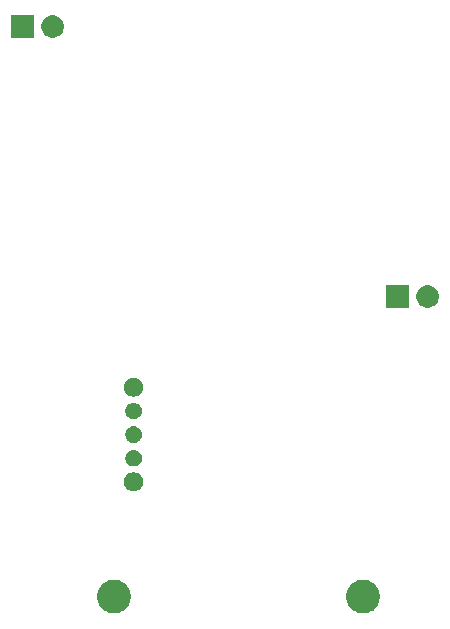
<source format=gts>
G04 #@! TF.GenerationSoftware,KiCad,Pcbnew,5.1.0-unknown-r15165-fdfe5eab*
G04 #@! TF.CreationDate,2019-03-23T01:30:36-07:00*
G04 #@! TF.ProjectId,PricklyPear,50726963-6b6c-4795-9065-61722e6b6963,rev?*
G04 #@! TF.SameCoordinates,Original*
G04 #@! TF.FileFunction,Soldermask,Top*
G04 #@! TF.FilePolarity,Negative*
%FSLAX46Y46*%
G04 Gerber Fmt 4.6, Leading zero omitted, Abs format (unit mm)*
G04 Created by KiCad (PCBNEW 5.1.0-unknown-r15165-fdfe5eab) date 2019-03-23 01:30:36*
%MOMM*%
%LPD*%
G04 APERTURE LIST*
%ADD10C,0.100000*%
G04 APERTURE END LIST*
D10*
G36*
X15267698Y18140970D02*
G01*
X15528305Y18033023D01*
X15528306Y18033022D01*
X15762847Y17876307D01*
X15962307Y17676847D01*
X15962308Y17676845D01*
X16119023Y17442305D01*
X16226970Y17181698D01*
X16282000Y16905041D01*
X16282000Y16622959D01*
X16226970Y16346302D01*
X16119023Y16085695D01*
X16119022Y16085694D01*
X15962307Y15851153D01*
X15762847Y15651693D01*
X15644780Y15572803D01*
X15528305Y15494977D01*
X15267698Y15387030D01*
X14991041Y15332000D01*
X14708959Y15332000D01*
X14432302Y15387030D01*
X14171695Y15494977D01*
X14055220Y15572803D01*
X13937153Y15651693D01*
X13737693Y15851153D01*
X13580978Y16085694D01*
X13580977Y16085695D01*
X13473030Y16346302D01*
X13418000Y16622959D01*
X13418000Y16905041D01*
X13473030Y17181698D01*
X13580977Y17442305D01*
X13737692Y17676845D01*
X13737693Y17676847D01*
X13937153Y17876307D01*
X14171694Y18033022D01*
X14171695Y18033023D01*
X14432302Y18140970D01*
X14708959Y18196000D01*
X14991041Y18196000D01*
X15267698Y18140970D01*
X15267698Y18140970D01*
G37*
G36*
X36367698Y18140970D02*
G01*
X36628305Y18033023D01*
X36628306Y18033022D01*
X36862847Y17876307D01*
X37062307Y17676847D01*
X37062308Y17676845D01*
X37219023Y17442305D01*
X37326970Y17181698D01*
X37382000Y16905041D01*
X37382000Y16622959D01*
X37326970Y16346302D01*
X37219023Y16085695D01*
X37219022Y16085694D01*
X37062307Y15851153D01*
X36862847Y15651693D01*
X36744780Y15572803D01*
X36628305Y15494977D01*
X36367698Y15387030D01*
X36091041Y15332000D01*
X35808959Y15332000D01*
X35532302Y15387030D01*
X35271695Y15494977D01*
X35155220Y15572803D01*
X35037153Y15651693D01*
X34837693Y15851153D01*
X34680978Y16085694D01*
X34680977Y16085695D01*
X34573030Y16346302D01*
X34518000Y16622959D01*
X34518000Y16905041D01*
X34573030Y17181698D01*
X34680977Y17442305D01*
X34837692Y17676845D01*
X34837693Y17676847D01*
X35037153Y17876307D01*
X35271694Y18033022D01*
X35271695Y18033023D01*
X35532302Y18140970D01*
X35808959Y18196000D01*
X36091041Y18196000D01*
X36367698Y18140970D01*
X36367698Y18140970D01*
G37*
G36*
X16744810Y27254065D02*
G01*
X16891309Y27193383D01*
X16891310Y27193382D01*
X17023158Y27105284D01*
X17135284Y26993158D01*
X17135285Y26993156D01*
X17223383Y26861309D01*
X17284065Y26714810D01*
X17315000Y26559287D01*
X17315000Y26400713D01*
X17284065Y26245190D01*
X17223383Y26098691D01*
X17223382Y26098690D01*
X17135284Y25966842D01*
X17023158Y25854716D01*
X16956785Y25810367D01*
X16891309Y25766617D01*
X16744810Y25705935D01*
X16589287Y25675000D01*
X16430713Y25675000D01*
X16275190Y25705935D01*
X16128691Y25766617D01*
X16063215Y25810367D01*
X15996842Y25854716D01*
X15884716Y25966842D01*
X15796618Y26098690D01*
X15796617Y26098691D01*
X15735935Y26245190D01*
X15705000Y26400713D01*
X15705000Y26559287D01*
X15735935Y26714810D01*
X15796617Y26861309D01*
X15884715Y26993156D01*
X15884716Y26993158D01*
X15996842Y27105284D01*
X16128690Y27193382D01*
X16128691Y27193383D01*
X16275190Y27254065D01*
X16430713Y27285000D01*
X16589287Y27285000D01*
X16744810Y27254065D01*
X16744810Y27254065D01*
G37*
G36*
X16715641Y29157908D02*
G01*
X16843941Y29104764D01*
X16843943Y29104763D01*
X16902069Y29065924D01*
X16959410Y29027610D01*
X17057610Y28929410D01*
X17134764Y28813941D01*
X17187908Y28685641D01*
X17215000Y28549438D01*
X17215000Y28410562D01*
X17187908Y28274359D01*
X17134764Y28146059D01*
X17134763Y28146057D01*
X17057609Y28030589D01*
X16959411Y27932391D01*
X16843943Y27855237D01*
X16843942Y27855236D01*
X16843941Y27855236D01*
X16715641Y27802092D01*
X16579438Y27775000D01*
X16440562Y27775000D01*
X16304359Y27802092D01*
X16176059Y27855236D01*
X16176058Y27855236D01*
X16176057Y27855237D01*
X16060589Y27932391D01*
X15962391Y28030589D01*
X15885237Y28146057D01*
X15885236Y28146059D01*
X15832092Y28274359D01*
X15805000Y28410562D01*
X15805000Y28549438D01*
X15832092Y28685641D01*
X15885236Y28813941D01*
X15962390Y28929410D01*
X16060590Y29027610D01*
X16117931Y29065924D01*
X16176057Y29104763D01*
X16176059Y29104764D01*
X16304359Y29157908D01*
X16440562Y29185000D01*
X16579438Y29185000D01*
X16715641Y29157908D01*
X16715641Y29157908D01*
G37*
G36*
X16715641Y31157908D02*
G01*
X16843941Y31104764D01*
X16843943Y31104763D01*
X16902069Y31065924D01*
X16959410Y31027610D01*
X17057610Y30929410D01*
X17134764Y30813941D01*
X17187908Y30685641D01*
X17215000Y30549438D01*
X17215000Y30410562D01*
X17187908Y30274359D01*
X17134764Y30146059D01*
X17134763Y30146057D01*
X17057609Y30030589D01*
X16959411Y29932391D01*
X16843943Y29855237D01*
X16843942Y29855236D01*
X16843941Y29855236D01*
X16715641Y29802092D01*
X16579438Y29775000D01*
X16440562Y29775000D01*
X16304359Y29802092D01*
X16176059Y29855236D01*
X16176058Y29855236D01*
X16176057Y29855237D01*
X16060589Y29932391D01*
X15962391Y30030589D01*
X15885237Y30146057D01*
X15885236Y30146059D01*
X15832092Y30274359D01*
X15805000Y30410562D01*
X15805000Y30549438D01*
X15832092Y30685641D01*
X15885236Y30813941D01*
X15962390Y30929410D01*
X16060590Y31027610D01*
X16117931Y31065924D01*
X16176057Y31104763D01*
X16176059Y31104764D01*
X16304359Y31157908D01*
X16440562Y31185000D01*
X16579438Y31185000D01*
X16715641Y31157908D01*
X16715641Y31157908D01*
G37*
G36*
X16715641Y33157908D02*
G01*
X16843941Y33104764D01*
X16843943Y33104763D01*
X16902069Y33065924D01*
X16959410Y33027610D01*
X17057610Y32929410D01*
X17134764Y32813941D01*
X17187908Y32685641D01*
X17215000Y32549438D01*
X17215000Y32410562D01*
X17187908Y32274359D01*
X17134764Y32146059D01*
X17134763Y32146057D01*
X17057609Y32030589D01*
X16959411Y31932391D01*
X16843943Y31855237D01*
X16843942Y31855236D01*
X16843941Y31855236D01*
X16715641Y31802092D01*
X16579438Y31775000D01*
X16440562Y31775000D01*
X16304359Y31802092D01*
X16176059Y31855236D01*
X16176058Y31855236D01*
X16176057Y31855237D01*
X16060589Y31932391D01*
X15962391Y32030589D01*
X15885237Y32146057D01*
X15885236Y32146059D01*
X15832092Y32274359D01*
X15805000Y32410562D01*
X15805000Y32549438D01*
X15832092Y32685641D01*
X15885236Y32813941D01*
X15962390Y32929410D01*
X16060590Y33027610D01*
X16117931Y33065924D01*
X16176057Y33104763D01*
X16176059Y33104764D01*
X16304359Y33157908D01*
X16440562Y33185000D01*
X16579438Y33185000D01*
X16715641Y33157908D01*
X16715641Y33157908D01*
G37*
G36*
X16744810Y35254065D02*
G01*
X16891309Y35193383D01*
X16891310Y35193382D01*
X17023158Y35105284D01*
X17135284Y34993158D01*
X17135285Y34993156D01*
X17223383Y34861309D01*
X17284065Y34714810D01*
X17315000Y34559287D01*
X17315000Y34400713D01*
X17284065Y34245190D01*
X17223383Y34098691D01*
X17223382Y34098690D01*
X17135284Y33966842D01*
X17023158Y33854716D01*
X16956785Y33810367D01*
X16891309Y33766617D01*
X16744810Y33705935D01*
X16589287Y33675000D01*
X16430713Y33675000D01*
X16275190Y33705935D01*
X16128691Y33766617D01*
X16063215Y33810367D01*
X15996842Y33854716D01*
X15884716Y33966842D01*
X15796618Y34098690D01*
X15796617Y34098691D01*
X15735935Y34245190D01*
X15705000Y34400713D01*
X15705000Y34559287D01*
X15735935Y34714810D01*
X15796617Y34861309D01*
X15884715Y34993156D01*
X15884716Y34993158D01*
X15996842Y35105284D01*
X16128690Y35193382D01*
X16128691Y35193383D01*
X16275190Y35254065D01*
X16430713Y35285000D01*
X16589287Y35285000D01*
X16744810Y35254065D01*
X16744810Y35254065D01*
G37*
G36*
X39813000Y41213000D02*
G01*
X37911000Y41213000D01*
X37911000Y43115000D01*
X39813000Y43115000D01*
X39813000Y41213000D01*
X39813000Y41213000D01*
G37*
G36*
X41679395Y43078454D02*
G01*
X41852466Y43006766D01*
X41852467Y43006765D01*
X42008227Y42902690D01*
X42140690Y42770227D01*
X42140691Y42770225D01*
X42244766Y42614466D01*
X42316454Y42441395D01*
X42353000Y42257667D01*
X42353000Y42070333D01*
X42316454Y41886605D01*
X42244766Y41713534D01*
X42244765Y41713533D01*
X42140690Y41557773D01*
X42008227Y41425310D01*
X41929818Y41372919D01*
X41852466Y41321234D01*
X41679395Y41249546D01*
X41495667Y41213000D01*
X41308333Y41213000D01*
X41124605Y41249546D01*
X40951534Y41321234D01*
X40874182Y41372919D01*
X40795773Y41425310D01*
X40663310Y41557773D01*
X40559235Y41713533D01*
X40559234Y41713534D01*
X40487546Y41886605D01*
X40451000Y42070333D01*
X40451000Y42257667D01*
X40487546Y42441395D01*
X40559234Y42614466D01*
X40663309Y42770225D01*
X40663310Y42770227D01*
X40795773Y42902690D01*
X40951533Y43006765D01*
X40951534Y43006766D01*
X41124605Y43078454D01*
X41308333Y43115000D01*
X41495667Y43115000D01*
X41679395Y43078454D01*
X41679395Y43078454D01*
G37*
G36*
X9929395Y65938454D02*
G01*
X10102466Y65866766D01*
X10102467Y65866765D01*
X10258227Y65762690D01*
X10390690Y65630227D01*
X10390691Y65630225D01*
X10494766Y65474466D01*
X10566454Y65301395D01*
X10603000Y65117667D01*
X10603000Y64930333D01*
X10566454Y64746605D01*
X10494766Y64573534D01*
X10494765Y64573533D01*
X10390690Y64417773D01*
X10258227Y64285310D01*
X10179818Y64232919D01*
X10102466Y64181234D01*
X9929395Y64109546D01*
X9745667Y64073000D01*
X9558333Y64073000D01*
X9374605Y64109546D01*
X9201534Y64181234D01*
X9124182Y64232919D01*
X9045773Y64285310D01*
X8913310Y64417773D01*
X8809235Y64573533D01*
X8809234Y64573534D01*
X8737546Y64746605D01*
X8701000Y64930333D01*
X8701000Y65117667D01*
X8737546Y65301395D01*
X8809234Y65474466D01*
X8913309Y65630225D01*
X8913310Y65630227D01*
X9045773Y65762690D01*
X9201533Y65866765D01*
X9201534Y65866766D01*
X9374605Y65938454D01*
X9558333Y65975000D01*
X9745667Y65975000D01*
X9929395Y65938454D01*
X9929395Y65938454D01*
G37*
G36*
X8063000Y64073000D02*
G01*
X6161000Y64073000D01*
X6161000Y65975000D01*
X8063000Y65975000D01*
X8063000Y64073000D01*
X8063000Y64073000D01*
G37*
M02*

</source>
